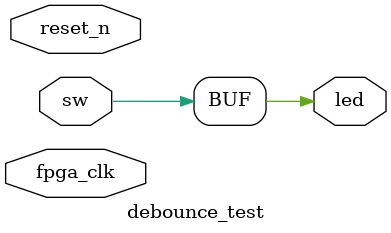
<source format=v>
`timescale 1ns / 1ps


module debounce_test(
    input             fpga_clk, reset_n,
    input sw,
    output led
    );
    assign led = sw;
endmodule

</source>
